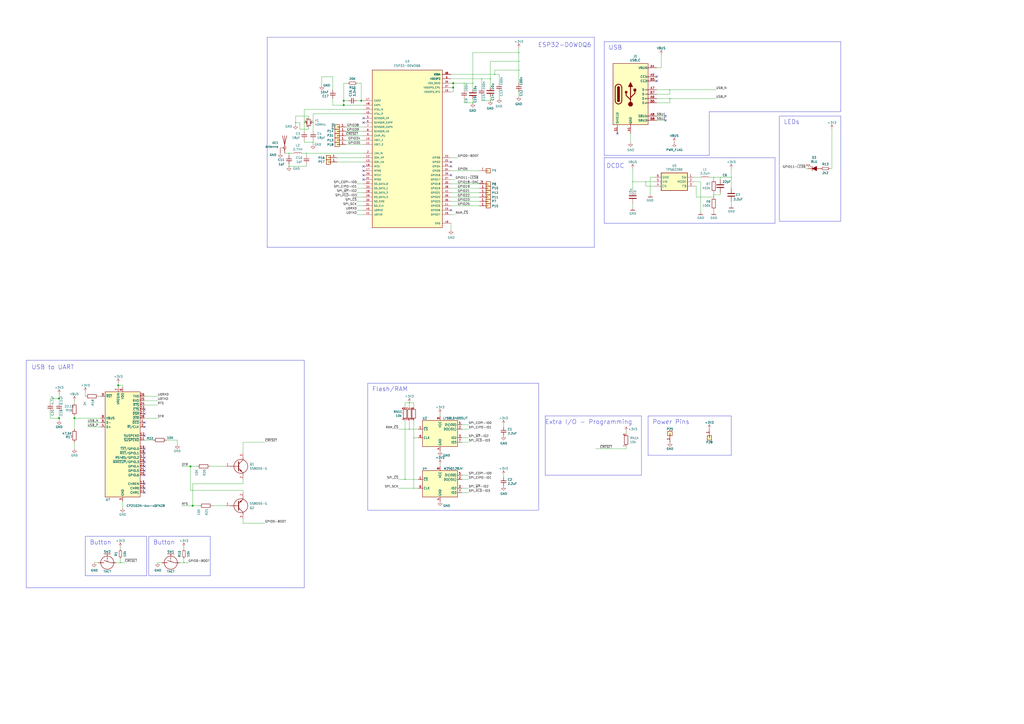
<source format=kicad_sch>
(kicad_sch (version 20231120) (generator "eeschema") (generator_version "8.0")
  (paper "A2")
  (title_block (title "ESP32-REACTJS-DEVKIT") (date "2024/2025") (company "GTS (Designed by: Engineer Silvio E. Viscuso)"))
  (junction (at 279.4 45.72) (diameter 0.3048))
  (junction (at 417.83 102.87) (diameter 0.3048))
  (junction (at 300.99 40.64) (diameter 0.3048))
  (junction (at 34.29 242.57))
  (junction (at 177.8 88.9) (diameter 0.3048))
  (junction (at 262.89 50.8))
  (junction (at 240.03 283.21) (diameter 0.3048))
  (junction (at 388.62 57.15) (diameter 0.3048))
  (junction (at 262.89 48.26))
  (junction (at 69.85 326.39) (diameter 0.3048))
  (junction (at 106.68 326.39) (diameter 0.3048))
  (junction (at 374.65 105.41) (diameter 0.3048))
  (junction (at 300.99 35.56) (diameter 0.3048))
  (junction (at 111.76 293.37))
  (junction (at 234.95 278.13) (diameter 0.3048))
  (junction (at 171.45 71.12) (diameter 0.3048))
  (junction (at 300.99 30.48) (diameter 0.3048))
  (junction (at 167.64 96.52) (diameter 0.3048))
  (junction (at 209.55 58.42))
  (junction (at 110.49 270.51))
  (junction (at 284.48 58.42) (diameter 0.3048))
  (junction (at 414.02 113.03) (diameter 0.3048))
  (junction (at 34.29 231.14))
  (junction (at 274.32 48.26) (diameter 0.3048))
  (junction (at 181.61 71.12) (diameter 0.3048))
  (junction (at 237.49 248.92) (diameter 0.3048))
  (junction (at 414.02 102.87) (diameter 0.3048))
  (junction (at 424.18 102.87) (diameter 0.3048))
  (junction (at 43.18 242.57))
  (junction (at 181.61 82.55) (diameter 0.3048))
  (junction (at 269.24 48.26) (diameter 0.3048))
  (junction (at 274.32 59.69) (diameter 0.3048))
  (junction (at 237.49 233.68) (diameter 0.3048))
  (junction (at 367.03 105.41) (diameter 0.3048))
  (junction (at 287.02 43.18) (diameter 0.3048))
  (junction (at 167.64 88.9) (diameter 0.3048))
  (junction (at 68.58 223.52))
  (junction (at 240.03 254) (diameter 0.3048))
  (junction (at 388.62 52.07) (diameter 0.3048))
  (junction (at 199.39 60.96))
  (junction (at 414.02 114.3) (diameter 0.3048))
  (junction (at 284.48 45.72) (diameter 0.3048))
  (junction (at 176.53 71.12) (diameter 0.3048))
  (junction (at 199.39 58.42))
  (no_connect (at 381 46.99))
  (no_connect (at 210.82 96.52))
  (no_connect (at 83.82 283.21))
  (no_connect (at 83.82 260.35))
  (no_connect (at 83.82 237.49))
  (no_connect (at 261.62 96.52))
  (no_connect (at 210.82 101.6))
  (no_connect (at 83.82 270.51))
  (no_connect (at 83.82 275.59))
  (no_connect (at 210.82 71.12))
  (no_connect (at 261.62 101.6))
  (no_connect (at 83.82 240.03))
  (no_connect (at 83.82 262.89))
  (no_connect (at 210.82 104.14))
  (no_connect (at 381 44.45))
  (no_connect (at 358.14 77.47))
  (no_connect (at 83.82 265.43))
  (no_connect (at 83.82 247.65))
  (no_connect (at 83.82 252.73))
  (no_connect (at 83.82 285.75))
  (no_connect (at 83.82 267.97))
  (no_connect (at 83.82 245.11))
  (no_connect (at 83.82 273.05))
  (no_connect (at 210.82 99.06))
  (no_connect (at 386.08 69.85))
  (no_connect (at 261.62 121.92))
  (no_connect (at 386.08 67.31))
  (no_connect (at 210.82 68.58))
  (no_connect (at 83.82 280.67))
  (no_connect (at 261.62 93.98))
  (polyline (pts (xy 15.24 208.915) (xy 176.53 208.915)))
  (wire (pts (xy 417.83 111.76) (xy 417.83 113.03)))
  (wire (pts (xy 279.4 55.88) (xy 279.4 58.42)))
  (wire (pts (xy 345.44 260.35) (xy 363.22 260.35)))
  (wire (pts (xy 403.86 107.95) (xy 402.59 107.95)))
  (wire (pts (xy 91.44 229.87) (xy 83.82 229.87)))
  (wire (pts (xy 374.65 107.95) (xy 374.65 105.41)))
  (wire (pts (xy 57.15 326.39) (xy 54.61 326.39)))
  (polyline (pts (xy 449.58 91.44) (xy 350.52 91.44)) (stroke (width 0) (type solid)))
  (wire (pts (xy 377.19 102.87) (xy 377.19 113.03)))
  (polyline (pts (xy 85.09 334.01) (xy 85.09 311.15)) (stroke (width 0) (type solid)))
  (polyline (pts (xy 487.68 67.31) (xy 452.12 67.31)) (stroke (width 0) (type solid)))
  (wire (pts (xy 210.82 66.04) (xy 181.61 66.04)))
  (wire (pts (xy 237.49 248.92) (xy 242.57 248.92)))
  (wire (pts (xy 237.49 233.68) (xy 237.49 236.22)))
  (wire (pts (xy 29.21 231.14) (xy 34.29 231.14)))
  (wire (pts (xy 69.85 317.5) (xy 69.85 318.77)))
  (wire (pts (xy 110.49 284.48) (xy 110.49 270.51)))
  (wire (pts (xy 481.33 97.79) (xy 482.6 97.79)))
  (wire (pts (xy 274.32 59.69) (xy 269.24 59.69)))
  (wire (pts (xy 261.62 133.35) (xy 261.62 129.54)))
  (wire (pts (xy 261.62 106.68) (xy 278.13 106.68)))
  (wire (pts (xy 284.48 45.72) (xy 279.4 45.72)))
  (polyline (pts (xy 449.58 129.54) (xy 350.52 129.54)) (stroke (width 0) (type solid)))
  (wire (pts (xy 261.62 114.3) (xy 278.13 114.3)))
  (wire (pts (xy 91.44 234.95) (xy 83.82 234.95)))
  (wire (pts (xy 29.21 233.68) (xy 29.21 231.14)))
  (polyline (pts (xy 452.12 67.31) (xy 452.12 128.27)) (stroke (width 0) (type solid)))
  (wire (pts (xy 210.82 60.96) (xy 199.39 60.96)))
  (wire (pts (xy 388.62 57.15) (xy 415.29 57.15)))
  (polyline (pts (xy 372.11 275.59) (xy 316.23 275.59)) (stroke (width 0) (type solid)))
  (wire (pts (xy 289.56 43.18) (xy 289.56 48.26)))
  (wire (pts (xy 300.99 27.94) (xy 300.99 30.48)))
  (wire (pts (xy 207.01 111.76) (xy 210.82 111.76)))
  (wire (pts (xy 167.64 95.25) (xy 167.64 96.52)))
  (wire (pts (xy 43.18 241.3) (xy 43.18 242.57)))
  (wire (pts (xy 287.02 40.64) (xy 300.99 40.64)))
  (wire (pts (xy 106.68 317.5) (xy 106.68 318.77)))
  (polyline (pts (xy 372.11 275.59) (xy 372.11 241.3)) (stroke (width 0) (type solid)))
  (polyline (pts (xy 176.53 340.995) (xy 15.24 340.995)))
  (polyline (pts (xy 154.94 143.51) (xy 154.94 21.59)) (stroke (width 0) (type solid)))
  (wire (pts (xy 181.61 82.55) (xy 181.61 81.28)))
  (wire (pts (xy 424.18 102.87) (xy 424.18 109.22)))
  (wire (pts (xy 414.02 102.87) (xy 417.83 102.87)))
  (wire (pts (xy 255.27 240.03) (xy 255.27 241.3)))
  (wire (pts (xy 106.68 326.39) (xy 106.68 323.85)))
  (wire (pts (xy 34.29 228.6) (xy 34.29 231.14)))
  (polyline (pts (xy 487.68 67.31) (xy 487.68 128.27)) (stroke (width 0) (type solid)))
  (wire (pts (xy 240.03 283.21) (xy 242.57 283.21)))
  (wire (pts (xy 267.97 248.92) (xy 271.78 248.92)))
  (wire (pts (xy 284.48 55.88) (xy 284.48 58.42)))
  (wire (pts (xy 261.62 116.84) (xy 278.13 116.84)))
  (wire (pts (xy 69.85 326.39) (xy 72.39 326.39)))
  (wire (pts (xy 179.07 73.66) (xy 179.07 74.93)))
  (wire (pts (xy 170.18 88.9) (xy 167.64 88.9)))
  (wire (pts (xy 417.83 102.87) (xy 417.83 104.14)))
  (wire (pts (xy 110.49 270.51) (xy 114.3 270.51)))
  (wire (pts (xy 482.6 74.93) (xy 482.6 97.79)))
  (wire (pts (xy 292.1 246.38) (xy 292.1 247.65)))
  (wire (pts (xy 278.13 111.76) (xy 261.62 111.76)))
  (wire (pts (xy 274.32 30.48) (xy 300.99 30.48)))
  (polyline (pts (xy 213.36 295.91) (xy 213.36 222.25)) (stroke (width 0) (type solid)))
  (wire (pts (xy 199.39 60.96) (xy 193.04 60.96)))
  (wire (pts (xy 381 39.37) (xy 383.54 39.37)))
  (wire (pts (xy 83.82 255.27) (xy 88.9 255.27)))
  (wire (pts (xy 179.07 67.31) (xy 179.07 68.58)))
  (wire (pts (xy 140.97 278.13) (xy 140.97 280.67)))
  (wire (pts (xy 49.53 229.87) (xy 49.53 227.33)))
  (polyline (pts (xy 85.09 334.01) (xy 49.53 334.01)) (stroke (width 0) (type solid)))
  (polyline (pts (xy 121.92 334.01) (xy 121.92 311.15)) (stroke (width 0) (type solid)))
  (wire (pts (xy 209.55 48.26) (xy 209.55 58.42)))
  (wire (pts (xy 50.8 247.65) (xy 58.42 247.65)))
  (wire (pts (xy 424.18 116.84) (xy 424.18 119.38)))
  (wire (pts (xy 379.73 107.95) (xy 374.65 107.95)))
  (wire (pts (xy 414.02 113.03) (xy 417.83 113.03)))
  (wire (pts (xy 181.61 76.2) (xy 181.61 71.12)))
  (wire (pts (xy 207.01 109.22) (xy 210.82 109.22)))
  (wire (pts (xy 140.97 256.54) (xy 140.97 262.89)))
  (wire (pts (xy 264.16 104.14) (xy 261.62 104.14)))
  (wire (pts (xy 105.41 270.51) (xy 110.49 270.51)))
  (wire (pts (xy 200.66 83.82) (xy 210.82 83.82)))
  (wire (pts (xy 195.58 93.98) (xy 210.82 93.98)))
  (wire (pts (xy 231.14 283.21) (xy 240.03 283.21)))
  (wire (pts (xy 207.01 116.84) (xy 210.82 116.84)))
  (polyline (pts (xy 411.48 64.77) (xy 411.48 90.17)) (stroke (width 0) (type solid)))
  (wire (pts (xy 383.54 39.37) (xy 383.54 31.75)))
  (polyline (pts (xy 213.36 222.25) (xy 312.42 222.25)) (stroke (width 0) (type solid)))
  (polyline (pts (xy 350.52 24.13) (xy 487.68 24.13)) (stroke (width 0) (type solid)))
  (polyline (pts (xy 424.18 241.3) (xy 424.18 264.16)) (stroke (width 0) (type solid)))
  (wire (pts (xy 176.53 82.55) (xy 181.61 82.55)))
  (polyline (pts (xy 121.92 311.15) (xy 86.36 311.15)) (stroke (width 0) (type solid)))
  (wire (pts (xy 231.14 248.92) (xy 237.49 248.92)))
  (wire (pts (xy 381 69.85) (xy 386.08 69.85)))
  (wire (pts (xy 106.68 326.39) (xy 109.22 326.39)))
  (wire (pts (xy 173.99 74.93) (xy 173.99 71.12)))
  (wire (pts (xy 267.97 278.13) (xy 271.78 278.13)))
  (wire (pts (xy 261.62 91.44) (xy 265.43 91.44)))
  (wire (pts (xy 269.24 57.15) (xy 269.24 59.69)))
  (wire (pts (xy 153.67 256.54) (xy 140.97 256.54)))
  (wire (pts (xy 207.01 121.92) (xy 210.82 121.92)))
  (wire (pts (xy 292.1 275.59) (xy 292.1 276.86)))
  (wire (pts (xy 381 52.07) (xy 388.62 52.07)))
  (wire (pts (xy 176.53 76.2) (xy 176.53 71.12)))
  (wire (pts (xy 261.62 99.06) (xy 278.13 99.06)))
  (wire (pts (xy 177.8 96.52) (xy 167.64 96.52)))
  (wire (pts (xy 414.02 111.76) (xy 414.02 113.03)))
  (wire (pts (xy 140.97 285.75) (xy 140.97 284.48)))
  (wire (pts (xy 207.01 48.26) (xy 209.55 48.26)))
  (polyline (pts (xy 121.92 334.01) (xy 86.36 334.01)) (stroke (width 0) (type solid)))
  (wire (pts (xy 140.97 303.53) (xy 140.97 300.99)))
  (wire (pts (xy 467.36 97.79) (xy 468.63 97.79)))
  (wire (pts (xy 50.8 245.11) (xy 58.42 245.11)))
  (polyline (pts (xy 316.23 275.59) (xy 316.23 241.3)) (stroke (width 0) (type solid)))
  (wire (pts (xy 68.58 223.52) (xy 71.12 223.52)))
  (wire (pts (xy 234.95 278.13) (xy 242.57 278.13)))
  (wire (pts (xy 261.62 119.38) (xy 278.13 119.38)))
  (wire (pts (xy 367.03 105.41) (xy 374.65 105.41)))
  (polyline (pts (xy 424.18 264.16) (xy 375.92 264.16)) (stroke (width 0) (type solid)))
  (wire (pts (xy 91.44 242.57) (xy 83.82 242.57)))
  (wire (pts (xy 57.15 229.87) (xy 58.42 229.87)))
  (wire (pts (xy 269.24 48.26) (xy 269.24 52.07)))
  (wire (pts (xy 210.82 63.5) (xy 176.53 63.5)))
  (polyline (pts (xy 350.52 91.44) (xy 350.52 129.54)) (stroke (width 0) (type solid)))
  (wire (pts (xy 300.99 40.64) (xy 300.99 48.26)))
  (wire (pts (xy 414.02 102.87) (xy 414.02 104.14)))
  (wire (pts (xy 68.58 223.52) (xy 68.58 224.79)))
  (wire (pts (xy 274.32 48.26) (xy 269.24 48.26)))
  (wire (pts (xy 29.21 238.76) (xy 29.21 242.57)))
  (wire (pts (xy 287.02 40.64) (xy 287.02 43.18)))
  (wire (pts (xy 377.19 102.87) (xy 379.73 102.87)))
  (polyline (pts (xy 449.58 91.44) (xy 449.58 129.54)) (stroke (width 0) (type solid)))
  (polyline (pts (xy 312.42 295.91) (xy 213.36 295.91)) (stroke (width 0) (type solid)))
  (wire (pts (xy 284.48 58.42) (xy 279.4 58.42)))
  (wire (pts (xy 173.99 71.12) (xy 171.45 71.12)))
  (wire (pts (xy 255.27 269.24) (xy 255.27 270.51)))
  (wire (pts (xy 367.03 110.49) (xy 367.03 105.41)))
  (wire (pts (xy 406.4 105.41) (xy 406.4 123.19)))
  (wire (pts (xy 240.03 254) (xy 240.03 283.21)))
  (wire (pts (xy 177.8 88.9) (xy 210.82 88.9)))
  (wire (pts (xy 267.97 254) (xy 271.78 254)))
  (wire (pts (xy 176.53 81.28) (xy 176.53 82.55)))
  (wire (pts (xy 177.8 88.9) (xy 175.26 88.9)))
  (wire (pts (xy 261.62 48.26) (xy 262.89 48.26)))
  (wire (pts (xy 201.93 48.26) (xy 199.39 48.26)))
  (wire (pts (xy 121.92 270.51) (xy 130.81 270.51)))
  (wire (pts (xy 69.85 326.39) (xy 69.85 323.85)))
  (wire (pts (xy 209.55 58.42) (xy 210.82 58.42)))
  (polyline (pts (xy 487.68 24.13) (xy 487.68 64.77)) (stroke (width 0) (type solid)))
  (wire (pts (xy 261.62 50.8) (xy 262.89 50.8)))
  (wire (pts (xy 267.97 285.75) (xy 271.78 285.75)))
  (wire (pts (xy 300.99 35.56) (xy 300.99 40.64)))
  (wire (pts (xy 34.29 231.14) (xy 34.29 233.68)))
  (wire (pts (xy 414.02 113.03) (xy 414.02 114.3)))
  (wire (pts (xy 171.45 67.31) (xy 179.07 67.31)))
  (wire (pts (xy 207.01 119.38) (xy 210.82 119.38)))
  (wire (pts (xy 284.48 50.8) (xy 284.48 45.72)))
  (wire (pts (xy 267.97 256.54) (xy 271.78 256.54)))
  (wire (pts (xy 200.66 73.66) (xy 210.82 73.66)))
  (wire (pts (xy 261.62 45.72) (xy 279.4 45.72)))
  (wire (pts (xy 96.52 255.27) (xy 102.87 255.27)))
  (wire (pts (xy 261.62 109.22) (xy 278.13 109.22)))
  (wire (pts (xy 289.56 53.34) (xy 289.56 57.15)))
  (wire (pts (xy 43.18 242.57) (xy 43.18 248.92)))
  (wire (pts (xy 199.39 48.26) (xy 199.39 58.42)))
  (polyline (pts (xy 176.53 208.915) (xy 176.53 340.995)))
  (wire (pts (xy 402.59 102.87) (xy 406.4 102.87)))
  (polyline (pts (xy 411.48 90.17) (xy 350.52 90.17)) (stroke (width 0) (type solid)))
  (wire (pts (xy 417.83 102.87) (xy 424.18 102.87)))
  (wire (pts (xy 367.03 118.11) (xy 367.03 120.65)))
  (wire (pts (xy 207.01 114.3) (xy 210.82 114.3)))
  (wire (pts (xy 43.18 232.41) (xy 43.18 233.68)))
  (polyline (pts (xy 487.68 64.77) (xy 411.48 64.77)) (stroke (width 0) (type solid)))
  (wire (pts (xy 167.64 88.9) (xy 165.1 88.9)))
  (wire (pts (xy 181.61 66.04) (xy 181.61 71.12)))
  (wire (pts (xy 177.8 95.25) (xy 177.8 96.52)))
  (wire (pts (xy 207.01 58.42) (xy 209.55 58.42)))
  (wire (pts (xy 279.4 45.72) (xy 279.4 50.8)))
  (wire (pts (xy 104.14 326.39) (xy 106.68 326.39)))
  (wire (pts (xy 186.69 44.45) (xy 193.04 44.45)))
  (wire (pts (xy 111.76 280.67) (xy 111.76 293.37)))
  (wire (pts (xy 176.53 63.5) (xy 176.53 71.12)))
  (wire (pts (xy 234.95 233.68) (xy 234.95 236.22)))
  (wire (pts (xy 200.66 81.28) (xy 210.82 81.28)))
  (polyline (pts (xy 344.805 21.59) (xy 344.805 143.51)) (stroke (width 0) (type solid)))
  (wire (pts (xy 34.29 238.76) (xy 34.29 242.57)))
  (wire (pts (xy 201.93 58.42) (xy 199.39 58.42)))
  (wire (pts (xy 388.62 52.07) (xy 415.29 52.07)))
  (wire (pts (xy 414.02 121.92) (xy 414.02 123.19)))
  (wire (pts (xy 403.86 114.3) (xy 403.86 107.95)))
  (wire (pts (xy 262.89 48.26) (xy 269.24 48.26)))
  (polyline (pts (xy 154.94 21.59) (xy 344.805 21.59)) (stroke (width 0) (type solid)))
  (polyline (pts (xy 487.68 128.27) (xy 452.12 128.27)) (stroke (width 0) (type solid)))
  (wire (pts (xy 231.14 278.13) (xy 234.95 278.13)))
  (polyline (pts (xy 85.09 311.15) (xy 49.53 311.15)) (stroke (width 0) (type solid)))
  (wire (pts (xy 91.44 232.41) (xy 83.82 232.41)))
  (wire (pts (xy 274.32 57.15) (xy 274.32 59.69)))
  (wire (pts (xy 267.97 246.38) (xy 271.78 246.38)))
  (wire (pts (xy 186.69 49.53) (xy 186.69 44.45)))
  (wire (pts (xy 200.66 78.74) (xy 210.82 78.74)))
  (wire (pts (xy 199.39 58.42) (xy 199.39 60.96)))
  (wire (pts (xy 424.18 97.79) (xy 424.18 102.87)))
  (wire (pts (xy 234.95 243.84) (xy 234.95 278.13)))
  (wire (pts (xy 284.48 35.56) (xy 300.99 35.56)))
  (wire (pts (xy 179.07 74.93) (xy 173.99 74.93)))
  (wire (pts (xy 300.99 30.48) (xy 300.99 35.56)))
  (wire (pts (xy 207.01 124.46) (xy 210.82 124.46)))
  (polyline (pts (xy 372.11 241.3) (xy 316.23 241.3)) (stroke (width 0) (type solid)))
  (wire (pts (xy 237.49 243.84) (xy 237.49 248.92)))
  (wire (pts (xy 207.01 106.68) (xy 210.82 106.68)))
  (wire (pts (xy 171.45 71.12) (xy 171.45 67.31)))
  (wire (pts (xy 93.98 326.39) (xy 91.44 326.39)))
  (wire (pts (xy 411.48 102.87) (xy 414.02 102.87)))
  (wire (pts (xy 367.03 97.79) (xy 367.03 105.41)))
  (polyline (pts (xy 344.805 143.51) (xy 154.94 143.51)) (stroke (width 0) (type solid)))
  (wire (pts (xy 153.67 303.53) (xy 140.97 303.53)))
  (wire (pts (xy 261.62 53.34) (xy 262.89 53.34)))
  (wire (pts (xy 43.18 242.57) (xy 58.42 242.57)))
  (polyline (pts (xy 312.42 222.25) (xy 312.42 295.91)) (stroke (width 0) (type solid)))
  (wire (pts (xy 195.58 91.44) (xy 210.82 91.44)))
  (wire (pts (xy 237.49 233.68) (xy 234.95 233.68)))
  (wire (pts (xy 102.87 255.27) (xy 102.87 257.81)))
  (wire (pts (xy 264.16 124.46) (xy 261.62 124.46)))
  (wire (pts (xy 34.29 242.57) (xy 34.29 243.84)))
  (wire (pts (xy 274.32 30.48) (xy 274.32 48.26)))
  (wire (pts (xy 381 67.31) (xy 386.08 67.31)))
  (wire (pts (xy 193.04 60.96) (xy 193.04 57.15)))
  (wire (pts (xy 237.49 233.68) (xy 240.03 233.68)))
  (wire (pts (xy 267.97 283.21) (xy 271.78 283.21)))
  (wire (pts (xy 43.18 256.54) (xy 43.18 260.35)))
  (wire (pts (xy 363.22 260.35) (xy 363.22 259.08)))
  (wire (pts (xy 381 57.15) (xy 388.62 57.15)))
  (wire (pts (xy 167.64 88.9) (xy 167.64 90.17)))
  (wire (pts (xy 289.56 43.18) (xy 287.02 43.18)))
  (wire (pts (xy 274.32 52.07) (xy 274.32 48.26)))
  (wire (pts (xy 200.66 76.2) (xy 210.82 76.2)))
  (wire (pts (xy 363.22 250.19) (xy 363.22 251.46)))
  (wire (pts (xy 171.45 72.39) (xy 171.45 71.12)))
  (wire (pts (xy 414.02 114.3) (xy 403.86 114.3)))
  (wire (pts (xy 240.03 243.84) (xy 240.03 254)))
  (wire (pts (xy 29.21 242.57) (xy 34.29 242.57)))
  (wire (pts (xy 300.99 55.88) (xy 300.99 53.34)))
  (wire (pts (xy 68.58 222.25) (xy 68.58 223.52)))
  (wire (pts (xy 381 54.61) (xy 388.62 54.61)))
  (wire (pts (xy 381 59.69) (xy 388.62 59.69)))
  (wire (pts (xy 71.12 290.83) (xy 71.12 294.64)))
  (wire (pts (xy 262.89 50.8) (xy 262.89 48.26)))
  (polyline (pts (xy 49.53 334.01) (xy 49.53 311.15)) (stroke (width 0) (type solid)))
  (wire (pts (xy 105.41 293.37) (xy 111.76 293.37)))
  (wire (pts (xy 240.03 233.68) (xy 240.03 236.22)))
  (polyline (pts (xy 15.24 208.915) (xy 15.24 340.995)))
  (wire (pts (xy 284.48 35.56) (xy 284.48 45.72)))
  (wire (pts (xy 388.62 59.69) (xy 388.62 57.15)))
  (wire (pts (xy 140.97 284.48) (xy 110.49 284.48)))
  (wire (pts (xy 374.65 105.41) (xy 379.73 105.41)))
  (polyline (pts (xy 375.92 241.3) (xy 424.18 241.3)) (stroke (width 0) (type solid)))
  (polyline (pts (xy 86.36 334.01) (xy 86.36 311.15)) (stroke (width 0) (type solid)))
  (polyline (pts (xy 375.92 264.16) (xy 375.92 241.3)) (stroke (width 0) (type solid)))
  (wire (pts (xy 71.12 224.79) (xy 71.12 223.52)))
  (wire (pts (xy 177.8 90.17) (xy 177.8 88.9)))
  (wire (pts (xy 262.89 53.34) (xy 262.89 50.8)))
  (wire (pts (xy 267.97 275.59) (xy 271.78 275.59)))
  (wire (pts (xy 67.31 326.39) (xy 69.85 326.39)))
  (wire (pts (xy 388.62 54.61) (xy 388.62 52.07)))
  (wire (pts (xy 111.76 293.37) (xy 115.57 293.37)))
  (wire (pts (xy 402.59 105.41) (xy 406.4 105.41)))
  (polyline (pts (xy 350.52 90.17) (xy 350.52 24.13)) (stroke (width 0) (type solid)))
  (wire (pts (xy 261.62 43.18) (xy 287.02 43.18)))
  (wire (pts (xy 140.97 280.67) (xy 111.76 280.67)))
  (wire (pts (xy 365.76 77.47) (xy 365.76 82.55)))
  (wire (pts (xy 193.04 44.45) (xy 193.04 52.07)))
  (wire (pts (xy 123.19 293.37) (xy 130.81 293.37)))
  (wire (pts (xy 181.61 83.82) (xy 181.61 82.55)))
  (wire (pts (xy 242.57 254) (xy 240.03 254)))
  (text "Power Pins" (at 378.46 246.38 0) (effects (font (size 2.54 2.54)) (justify left bottom)))
  (text "Button" (at 52.07 316.23 0) (effects (font (size 2.54 2.54)) (justify left bottom)))
  (text "LEDs" (at 454.66 72.39 0) (effects (font (size 2.54 2.54)) (justify left bottom)))
  (text "Button" (at 88.9 316.23 0) (effects (font (size 2.54 2.54)) (justify left bottom)))
  (text "USB to UART" (at 18.288 214.63 0) (effects (font (size 2.54 2.54)) (justify left bottom)))
  (text "ESP32-D0WDQ6" (at 312.166 27.686 0) (effects (font (size 2.54 2.54)) (justify left bottom)))
  (text "DCDC" (at 351.79 97.79 0) (effects (font (size 2.54 2.54)) (justify left bottom)))
  (text "Flash/RAM" (at 215.9 227.33 0) (effects (font (size 2.54 2.54)) (justify left bottom)))
  (text "Extra I/O - Programming" (at 316.23 246.38 0) (effects (font (size 2.54 2.54)) (justify left bottom)))
  (text "USB" (at 353.06 29.21 0) (effects (font (size 2.54 2.54)) (justify left bottom)))
  (label "U0TXD" (at 91.44 232.41 0))
  (label "GPIO11-~{LEDB}" (at 467.36 97.79 180))
  (label "GPIO19" (at 265.43 109.22 0))
  (label "SPI_~{CS}" (at 231.14 278.13 180))
  (label "SPI_CIPO-IO1" (at 271.78 278.13 0))
  (label "GPIO0-BOOT" (at 265.43 91.44 0))
  (label "SBU1" (at 386.08 67.31 180))
  (label "GPIO25" (at 265.43 119.38 0))
  (label "SPI_~{WP}-IO2" (at 207.01 111.76 180))
  (label "~{CRESET}" (at 72.39 326.39 0))
  (label "GPIO34" (at 201.93 81.28 0))
  (label "GPIO23" (at 265.43 116.84 0))
  (label "SPI_~{HLD}-IO3" (at 207.01 114.3 180))
  (label "GPIO11-~{LEDB}" (at 264.16 104.14 0))
  (label "SPI_CIPO-IO1" (at 271.78 248.92 0))
  (label "USB_N" (at 50.8 245.11 0))
  (label "DTR" (at 105.41 270.51 0))
  (label "DTR" (at 91.44 242.57 0))
  (label "RTS" (at 105.41 293.37 0))
  (label "SBU2" (at 386.08 69.85 180))
  (label "SPI_~{WP}-IO2" (at 271.78 283.21 0))
  (label "U0RXD" (at 207.01 121.92 180))
  (label "GPIO0-BOOT" (at 153.67 303.53 0))
  (label "SPI_~{WP}-IO2" (at 271.78 254 0))
  (label "~{CRESET}" (at 347.98 260.35 0))
  (label "U0TXD" (at 207.01 124.46 180))
  (label "SPI_~{HLD}-IO3" (at 271.78 285.75 0))
  (label "GPIO5" (at 265.43 99.06 0))
  (label "U0RXD" (at 91.44 229.87 0))
  (label "GPIO39" (at 208.28 76.2 180))
  (label "GPIO35" (at 201.93 83.82 0))
  (label "SPI_SCK" (at 207.01 119.38 180))
  (label "SPI_SCK" (at 231.14 283.21 180))
  (label "SPI_CIPO-IO1" (at 207.01 109.22 180))
  (label "SPI_COPI-IO0" (at 271.78 246.38 0))
  (label "USB_P" (at 50.8 247.65 0))
  (label "RTS" (at 91.44 234.95 0))
  (label "SPI_~{CS}" (at 207.01 116.84 180))
  (label "~{CRESET}" (at 153.67 256.54 0))
  (label "SPI_~{HLD}-IO3" (at 271.78 256.54 0))
  (label "GPIO22" (at 265.43 114.3 0))
  (label "GPIO21" (at 265.43 111.76 0))
  (label "GPIO18-DAC_2" (at 265.43 106.68 0))
  (label "USB_P" (at 415.29 57.15 0))
  (label "~{CRESET}" (at 200.66 78.74 0))
  (label "RAM_~{CS}" (at 264.16 124.46 0))
  (label "SPI_COPI-IO0" (at 271.78 275.59 0))
  (label "RAM_~{CS}" (at 231.14 248.92 180))
  (label "GPIO38" (at 208.28 73.66 180))
  (label "SPI_COPI-IO0" (at 207.01 106.68 180))
  (label "USB_N" (at 415.29 52.07 0))
  (label "GPIO0-BOOT" (at 109.22 326.39 0))
  (symbol (lib_id "power:GND") (at 365.76 82.55 0) (unit 1)
    (property "Reference" "#PWR06" (effects (hide yes)))
    (property "Value" "GND" (at 365.887 87.0204 0))
  )
  (symbol (lib_id "icebreaker-bitsy-rescue:pkl_C_Small-pkl_device") (at 269.24 54.61 0) (unit 1)
    (property "Reference" "C9" (at 270.51 59.69 90) (effects (justify left)))
    (property "Value" "100n" (at 270.51 53.34 90) (effects (justify left)))
    (property "Footprint" "Capacitor_SMD:C_0402_1005Metric" (effects (hide yes)))
    (property "Mfg" "Yageo" (effects (hide yes)))
    (property "PN" "CC0402ZRY5V7BB104" (effects (hide yes)))
  )
  (symbol (lib_id "icebreaker-bitsy-rescue:pkl_C-pkl_device") (at 274.32 54.61 0) (unit 1)
    (property "Reference" "C19" (at 275.59 59.69 90) (effects (justify left)))
    (property "Value" "10u" (at 275.59 53.34 90) (effects (justify left)))
    (property "Footprint" "Capacitor_SMD:C_0603_1608Metric" (effects (hide yes)))
    (property "Mfg" "Yageo" (effects (hide yes)))
    (property "PN" "CC0603KRX5R5BB106" (effects (hide yes)))
  )
  (symbol (lib_id "power:GND") (at 274.32 59.69 0) (mirror y) (unit 1)
    (property "Reference" "#PWR036" (effects (hide yes)))
    (property "Value" "GND" (at 274.193 64.1604 0))
  )
  (symbol (lib_id "Connector_Generic:Conn_01x01") (at 195.58 73.66 180) (unit 1)
    (property "Reference" "P30" (at 193.294 71.374 90) (effects (justify left)))
    (property "Value" "CDONE" (effects (hide yes)))
    (property "Footprint" "pkl_pin_headers:Pin_Header_Straight_Round_1x01_Castellated" (effects (hide yes)))
    (property "Source" "ANY" (effects (hide yes)))
  )
  (symbol (lib_id "Connector_Generic:Conn_01x01") (at 195.58 78.74 180) (unit 1)
    (property "Reference" "P31" (at 193.548 78.613 0) (effects (justify left)))
    (property "Value" "CRESET" (effects (hide yes)))
    (property "Footprint" "pkl_pin_headers:Pin_Header_Straight_Round_1x01_Castellated" (effects (hide yes)))
    (property "Source" "ANY" (effects (hide yes)))
  )
  (symbol (lib_id "Connector_Generic:Conn_01x01") (at 283.21 116.84 0) (mirror x) (unit 1)
    (property "Reference" "P7" (at 285.242 116.713 0) (effects (justify left)))
    (property "Value" "7" (effects (hide yes)))
    (property "Footprint" "pkl_pin_headers:Pin_Header_Straight_Round_1x01_Castellated" (effects (hide yes)))
    (property "Source" "ANY" (effects (hide yes)))
  )
  (symbol (lib_id "Connector_Generic:Conn_01x01") (at 190.5 91.44 0) (mirror y) (unit 1)
    (property "Reference" "P16" (at 188.468 91.567 0) (effects (justify left)))
    (property "Value" "16" (effects (hide yes)))
    (property "Footprint" "pkl_pin_headers:Pin_Header_Straight_Round_1x01_Castellated" (effects (hide yes)))
    (property "Source" "ANY" (effects (hide yes)))
  )
  (symbol (lib_id "Connector_Generic:Conn_01x01") (at 283.21 119.38 0) (unit 1) (in_bom no)
    (property "Reference" "P15" (at 285.242 119.507 0) (effects (justify left)))
    (property "Value" "15" (effects (hide yes)))
    (property "Footprint" "pkl_pin_headers:Pin_Header_Straight_Round_1x01_Castellated" (effects (hide yes)))
    (property "Source" "ANY" (effects (hide yes)))
  )
  (symbol (lib_id "Connector_Generic:Conn_01x01") (at 195.58 83.82 0) (mirror y) (unit 1)
    (property "Reference" "P18" (at 193.548 83.947 0) (effects (justify left)))
    (property "Value" "18" (effects (hide yes)))
    (property "Footprint" "pkl_pin_headers:Pin_Header_Straight_Round_1x01_Castellated" (effects (hide yes)))
    (property "Source" "ANY" (effects (hide yes)))
  )
  (symbol (lib_id "Connector_Generic:Conn_01x01") (at 190.5 93.98 180) (unit 1)
    (property "Reference" "P17" (at 188.468 93.853 0) (effects (justify left)))
    (property "Value" "17" (effects (hide yes)))
    (property "Footprint" "pkl_pin_headers:Pin_Header_Straight_Round_1x01_Castellated" (effects (hide yes)))
    (property "Source" "ANY" (effects (hide yes)))
  )
  (symbol (lib_id "Connector_Generic:Conn_01x01") (at 283.21 106.68 0) (unit 1)
    (property "Reference" "P8" (at 285.242 106.807 0) (effects (justify left)))
    (property "Value" "8" (effects (hide yes)))
    (property "Footprint" "pkl_pin_headers:Pin_Header_Straight_Round_1x01_Castellated" (effects (hide yes)))
    (property "Source" "ANY" (effects (hide yes)))
  )
  (symbol (lib_id "Connector_Generic:Conn_01x01") (at 283.21 99.06 0) (mirror x) (unit 1)
    (property "Reference" "P9" (at 285.242 98.933 0) (effects (justify left)))
    (property "Value" "9" (effects (hide yes)))
    (property "Footprint" "pkl_pin_headers:Pin_Header_Straight_Round_1x01_Castellated" (effects (hide yes)))
    (property "Source" "ANY" (effects (hide yes)))
  )
  (symbol (lib_id "Connector_Generic:Conn_01x01") (at 195.58 76.2 180) (unit 1)
    (property "Reference" "P14" (at 193.548 76.073 0) (effects (justify left)))
    (property "Value" "14" (effects (hide yes)))
    (property "Footprint" "pkl_pin_headers:Pin_Header_Straight_Round_1x01_Castellated" (effects (hide yes)))
    (property "Source" "ANY" (effects (hide yes)))
  )
  (symbol (lib_id "Connector_Generic:Conn_01x01") (at 283.21 111.76 0) (unit 1)
    (property "Reference" "P12" (at 285.242 111.887 0) (effects (justify left)))
    (property "Value" "12" (effects (hide yes)))
    (property "Footprint" "pkl_pin_headers:Pin_Header_Straight_Round_1x01_Castellated" (effects (hide yes)))
    (property "Source" "ANY" (effects (hide yes)))
  )
  (symbol (lib_id "Connector_Generic:Conn_01x01") (at 283.21 114.3 0) (unit 1)
    (property "Reference" "P11" (at 285.242 114.427 0) (effects (justify left)))
    (property "Value" "11" (effects (hide yes)))
    (property "Footprint" "pkl_pin_headers:Pin_Header_Straight_Round_1x01_Castellated" (effects (hide yes)))
    (property "Source" "ANY" (effects (hide yes)))
  )
  (symbol (lib_id "Connector_Generic:Conn_01x01") (at 283.21 109.22 0) (mirror x) (unit 1)
    (property "Reference" "P10" (at 285.242 109.093 0) (effects (justify left)))
    (property "Value" "10" (effects (hide yes)))
    (property "Footprint" "pkl_pin_headers:Pin_Header_Straight_Round_1x01_Castellated" (effects (hide yes)))
    (property "Source" "ANY" (effects (hide yes)))
  )
  (symbol (lib_id "power:+3V3") (at 300.99 27.94 0) (mirror y) (unit 1)
    (property "Reference" "#PWR043" (effects (hide yes)))
    (property "Value" "+3V3" (at 300.99 24.13 0))
  )
  (symbol (lib_id "Connector_Generic:Conn_01x01") (at 411.48 254 270) (unit 1)
    (property "Reference" "P28" (at 411.48 256.54 90))
    (property "Value" "3V3" (effects (hide yes)))
    (property "Footprint" "pkl_pin_headers:Pin_Header_Straight_Round_1x01_Castellated" (effects (hide yes)))
    (property "Source" "ANY" (effects (hide yes)))
  )
  (symbol (lib_id "Connector_Generic:Conn_01x01") (at 388.62 251.46 90) (unit 1)
    (property "Reference" "P25" (at 388.62 248.92 90))
    (property "Value" "GND" (effects (hide yes)))
    (property "Footprint" "pkl_pin_headers:Pin_Header_Straight_Round_1x01_Castellated" (effects (hide yes)))
    (property "Source" "ANY" (effects (hide yes)))
  )
  (symbol (lib_id "icebreaker-bitsy-rescue:TACT-pkl_misc") (at 99.06 326.39 0) (mirror y) (unit 1)
    (property "Reference" "SW1" (at 99.06 320.04 0))
    (property "Value" "TACT" (at 99.06 331.47 0))
    (property "Footprint" "CP2102:EVPBB2A9B000" (effects (hide yes)))
    (property "PN" "EVP-BB2A9B000" (effects (hide yes)))
  )
  (symbol (lib_id "icebreaker-bitsy-rescue:pkl_R_Small-pkl_device") (at 106.68 321.31 180) (unit 1)
    (property "Reference" "R10" (at 104.14 321.31 90))
    (property "Value" "10k" (at 109.22 321.31 90))
    (property "Footprint" "Resistor_SMD:R_0402_1005Metric" (effects (hide yes)))
    (property "Mfg" "Yageo" (effects (hide yes)))
    (property "PN" "RC0402FR-0710KL" (effects (hide yes)))
  )
  (symbol (lib_id "Device:LED_ALT") (at 472.44 97.79 0) (mirror x) (unit 1)
    (property "Reference" "D3" (at 472.2495 91.4208 0))
    (property "Value" "BLU" (at 472.2495 93.7195 0))
    (property "Footprint" "obsidian-boa:LED_0603_1608Metric_Compact" (effects (hide yes)))
    (property "Mfg" "Lite-On Inc." (effects (hide yes)))
    (property "PN" "LTST-C191TBKT" (effects (hide yes)))
  )
  (symbol (lib_id "icebreaker-bitsy-rescue:pkl_R_Small-pkl_device") (at 478.79 97.79 90) (unit 1)
    (property "Reference" "R13" (at 478.79 95.25 90))
    (property "Value" "2k2" (at 478.79 100.33 90))
    (property "Footprint" "Resistor_SMD:R_0402_1005Metric" (effects (hide yes)))
    (property "Mfg" "Yageo" (effects (hide yes)))
    (property "PN" "RC0402FR-072K2L" (effects (hide yes)))
  )
  (symbol (lib_id "Connector:USB_C_Receptacle_USB2.0") (at 365.76 54.61 0) (unit 1)
    (property "Reference" "J1" (at 368.4778 32.5882 0))
    (property "Value" "USB_C" (at 368.4778 34.8996 0))
    (property "Footprint" "pkl_connectors:USB_C_Receptacle_HRO_TYPE-C-31-M-12" (effects (hide yes)))
    (property "Datasheet" "https://www.usb.org/sites/default/files/documents/usb_type-c.zip" (effects (hide yes)))
    (property "Mfg" "GCT" (effects (hide yes)))
    (property "PN" "USB4105-GF-A" (effects (hide yes)))
  )
  (symbol (lib_id "Connector_Generic:Conn_01x01") (at 195.58 81.28 0) (mirror y) (unit 1)
    (property "Reference" "P13" (at 193.548 81.407 0) (effects (justify left)))
    (property "Value" "13" (effects (hide yes)))
    (property "Footprint" "pkl_pin_headers:Pin_Header_Straight_Round_1x01_Castellated" (effects (hide yes)))
    (property "Source" "ANY" (effects (hide yes)))
  )
  (symbol (lib_id "power:PWR_FLAG") (at 391.16 82.55 180) (unit 1)
    (property "Reference" "#FLG0102" (effects (hide yes)))
    (property "Value" "PWR_FLAG" (at 391.16 86.9442 0))
  )
  (symbol (lib_id "power:VBUS") (at 391.16 82.55 0) (unit 1)
    (property "Reference" "#PWR0122" (effects (hide yes)))
    (property "Value" "VBUS" (at 391.16 78.74 0))
  )
  (symbol (lib_id "power:+3V3") (at 237.49 233.68 0) (unit 1)
    (property "Reference" "#PWR0125" (effects (hide yes)))
    (property "Value" "+3V3" (at 237.49 229.87 0))
  )
  (symbol (lib_id "power:+3V3") (at 363.22 250.19 0) (unit 1)
    (property "Reference" "#PWR0121" (effects (hide yes)))
    (property "Value" "+3V3" (at 367.03 248.92 0))
  )
  (symbol (lib_id "power:VBUS") (at 383.54 31.75 0) (unit 1)
    (property "Reference" "#PWR0104" (effects (hide yes)))
    (property "Value" "VBUS" (at 383.54 27.94 0))
  )
  (symbol (lib_id "power:GND") (at 91.44 326.39 0) (unit 1)
    (property "Reference" "#PWR0117" (effects (hide yes)))
    (property "Value" "GND" (at 91.567 330.8604 0))
  )
  (symbol (lib_id "power:+3V3") (at 482.6 74.93 0) (unit 1)
    (property "Reference" "#PWR0110" (effects (hide yes)))
    (property "Value" "+3V3" (at 482.6 71.12 0))
  )
  (symbol (lib_id "power:+3V3") (at 411.48 248.92 0) (unit 1)
    (property "Reference" "#PWR0128" (effects (hide yes)))
    (property "Value" "+3V3" (at 411.48 245.11 0))
  )
  (symbol (lib_id "power:GND") (at 388.62 256.54 0) (unit 1)
    (property "Reference" "#PWR0127" (effects (hide yes)))
    (property "Value" "GND" (at 388.62 260.35 0))
  )
  (symbol (lib_id "icebreaker-bitsy-rescue:pkl_C_Small-pkl_device") (at 300.99 50.8 0) (unit 1)
    (property "Reference" "C12" (at 302.26 55.88 90) (effects (justify left)))
    (property "Value" "100n" (at 302.26 49.53 90) (effects (justify left)))
    (property "Footprint" "Capacitor_SMD:C_0402_1005Metric" (effects (hide yes)))
    (property "Mfg" "Yageo" (effects (hide yes)))
    (property "PN" "CC0402ZRY5V7BB104" (effects (hide yes)))
  )
  (symbol (lib_id "power:GND") (at 300.99 55.88 0) (mirror y) (unit 1)
    (property "Reference" "#PWR0118" (effects (hide yes)))
    (property "Value" "GND" (at 300.863 60.3504 0))
  )
  (symbol (lib_id "power:GND") (at 34.29 243.84 0) (unit 1)
    (property "Reference" "#PWR010" (effects (hide yes)))
    (property "Value" "GND" (at 34.29 247.65 0))
  )
  (symbol (lib_id "Device:R") (at 43.18 252.73 0) (mirror x) (unit 1)
    (property "Reference" "R17" (at 38.1 253.492 0) (effects (justify left)))
    (property "Value" "47.5K" (at 36.068 251.46 0) (effects (justify left)))
    (property "Footprint" "Resistor_SMD:R_0402_1005Metric" (effects (hide yes)))
    (property "Mfg" "Yageo" (effects (hide yes)))
    (property "PN" "RC0402FR-0747K5L" (effects (hide yes)))
  )
  (symbol (lib_id "Device:L_Small") (at 408.94 102.87 90) (unit 1)
    (property "Reference" "L1" (at 408.94 98.2788 90))
    (property "Value" "2.2uH" (at 408.94 100.5775 90))
    (property "Footprint" "Inductor_SMD:L_0805_2012Metric" (effects (hide yes)))
    (property "PN" "CWCI0805F-100KT" (effects (hide yes)))
  )
  (symbol (lib_id "Device:Crystal_GND24_Small") (at 179.07 71.12 180) (unit 1)
    (property "Reference" "Y1" (at 182.6261 69.9706 0) (effects (justify right)))
    (property "Value" "40MHz" (at 182.6261 72.2693 0) (effects (justify right)))
    (property "Footprint" "Crystal:Crystal_SMD_Abracon_ABM10-4Pin_2.5x2.0mm" (effects (hide yes)))
    (property "Mfg" "ECS Inc." (effects (hide yes)))
    (property "PN" "ECS-400-10-36B-CKY-TR" (effects (hide yes)))
  )
  (symbol (lib_id "power:+3V3") (at 424.18 97.79 0) (unit 1)
    (property "Reference" "#PWR0136" (effects (hide yes)))
    (property "Value" "+3V3" (at 424.18 93.98 0))
  )
  (symbol (lib_name "Device:L_Small_1") (lib_id "Device:L_Small") (at 172.72 88.9 270) (mirror x) (unit 1)
    (property "Reference" "L2" (at 172.72 84.3088 90))
    (property "Value" "2.7nH" (at 172.72 86.6075 90))
    (property "Footprint" "Inductor_SMD:L_0402_1005Metric" (effects (hide yes)))
    (property "PN" "SDCL1005C2N7STDF" (effects (hide yes)))
  )
  (symbol (lib_id "power:+3V3") (at 69.85 317.5 0) (unit 1)
    (property "Reference" "#PWR02" (effects (hide yes)))
    (property "Value" "+3V3" (at 69.85 313.69 0))
  )
  (symbol (lib_id "icebreaker-bitsy-rescue:pkl_C_Small-pkl_device") (at 177.8 92.71 0) (unit 1)
    (property "Reference" "C10" (at 175.4758 91.5606 0) (effects (justify right)))
    (property "Value" "1pF" (at 175.4758 93.8593 0) (effects (justify right)))
    (property "Footprint" "Capacitor_SMD:C_0402_1005Metric" (effects (hide yes)))
    (property "PN" "CQ0402CRNPO9BN1R0" (effects (hide yes)))
  )
  (symbol (lib_id "gkl_power:GND") (at 414.02 123.19 0) (unit 1)
    (property "Reference" "#PWR0135" (effects (hide yes)))
    (property "Value" "GND" (at 414.0962 126.3904 0))
  )
  (symbol (lib_id "gkl_power:GND") (at 406.4 123.19 0) (unit 1)
    (property "Reference" "#PWR0133" (effects (hide yes)))
    (property "Value" "GND" (at 406.4762 126.3904 0))
  )
  (symbol (lib_id "power:+3V3") (at 292.1 246.38 0) (unit 1)
    (property "Reference" "#PWR07" (effects (hide yes)))
    (property "Value" "+3V3" (at 292.1 242.57 0))
  )
  (symbol (lib_id "power:GND") (at 162.56 88.9 0) (mirror y) (unit 1)
    (property "Reference" "#PWR0114" (effects (hide yes)))
    (property "Value" "GND" (at 160.4263 89.8525 0) (effects (justify left)))
  )
  (symbol (lib_id "power:GND") (at 292.1 252.73 0) (unit 1)
    (property "Reference" "#PWR0131" (effects (hide yes)))
    (property "Value" "GND" (at 292.227 257.2004 0))
  )
  (symbol (lib_id "Memory_Flash:W25Q32JVSS") (at 255.27 280.67 0) (unit 1)
    (property "Reference" "U4" (at 246.38 271.78 0))
    (property "Value" "W25Q128JV" (at 262.89 271.78 0))
    (property "Footprint" "Package_SO:SOIC-8_5.23x5.23mm_P1.27mm" (effects (hide yes)))
    (property "Datasheet" "http://www.winbond.com/resource-files/w25q32jv%20revg%2003272018%20plus.pdf" (effects (hide yes)))
    (property "Mfg" "Winbond Electronics" (effects (hide yes)))
    (property "PN" "W25Q128JVSIQ TR" (effects (hide yes)))
  )
  (symbol (lib_id "power:+3V3") (at 255.27 269.24 0) (unit 1)
    (property "Reference" "#PWR015" (effects (hide yes)))
    (property "Value" "+3V3" (at 255.27 265.43 0))
  )
  (symbol (lib_id "power:GND") (at 284.48 58.42 0) (mirror y) (unit 1)
    (property "Reference" "#PWR0137" (effects (hide yes)))
    (property "Value" "GND" (at 284.353 62.8904 0))
  )
  (symbol (lib_id "Device:R_Pack04_Split") (at 234.95 240.03 0) (unit 4)
    (property "Reference" "RN1" (effects (hide yes)))
    (property "Value" "10k" (effects (hide yes)))
    (property "Footprint" "Resistor_SMD:R_Array_Convex_4x0402" (effects (hide yes)))
    (property "PN" "EXB-28V103JX" (effects (hide yes)))
  )
  (symbol (lib_id "power:GND") (at 71.12 294.64 0) (unit 1)
    (property "Reference" "#PWR03" (effects (hide yes)))
    (property "Value" "GND" (at 71.12 298.45 0))
  )
  (symbol (lib_id "power:+3V3") (at 68.58 222.25 0) (unit 1)
    (property "Reference" "#PWR012" (effects (hide yes)))
    (property "Value" "+3V3" (at 68.58 218.44 0))
  )
  (symbol (lib_id "power:+3V3") (at 255.27 240.03 0) (unit 1)
    (property "Reference" "#PWR04" (effects (hide yes)))
    (property "Value" "+3V3" (at 255.27 236.22 0))
  )
  (symbol (lib_id "power:GND") (at 171.45 72.39 0) (unit 1)
    (property "Reference" "#PWR0119" (effects (hide yes)))
    (property "Value" "GND" (at 169.545 73.3425 0) (effects (justify right)))
  )
  (symbol (lib_id "icebreaker-bitsy-rescue:pkl_C_Small-pkl_device") (at 34.29 236.22 0) (unit 1)
    (property "Reference" "C18" (at 35.56 241.3 90) (effects (justify left)))
    (property "Value" "0.1uF" (at 35.56 234.95 90) (effects (justify left)))
    (property "Footprint" "Capacitor_SMD:C_0402_1005Metric" (effects (hide yes)))
    (property "Mfg" "Yageo" (effects (hide yes)))
    (property "PN" "CL05B104KP5NNNC" (effects (hide yes)))
  )
  (symbol (lib_id "SS8050-G:SS8050-G") (at 130.81 293.37 0) (mirror x) (unit 1)
    (property "Reference" "Q2" (at 144.78 294.6401 0) (effects (justify left)))
    (property "Value" "SS8050-G" (at 144.78 292.1001 0) (effects (justify left)))
    (property "Footprint" "SS8050:SOT95P240X115-3N" (effects (hide yes)))
    (property "Datasheet" "https://datasheet.datasheetarchive.com/originals/distributors/DKDS-12/229454.pdf" (effects (hide yes)))
    (property "Description" "Bipolar Transistors - BJT NPN TRANSISTOR 1.5A 40V" (effects (hide yes)))
    (property "Height" "1.15" (effects (hide yes)))
    (property "Mouser Part Number" "750-SS8050-G" (effects (hide yes)))
    (property "Mouser Price/Stock" "https://www.mouser.co.uk/ProductDetail/Comchip-Technology/SS8050-G?qs=LLUE9lz1YbcHg%252BWLMAtcrQ%3D%3D" (effects (hide yes)))
    (property "Manufacturer_Name" "Comchip Technology" (effects (hide yes)))
    (property "PN" "SS8050-G" (effects (hide yes)))
  )
  (symbol (lib_id "Device:R_Pack04_Split") (at 363.22 255.27 0) (unit 1)
    (property "Reference" "RN1" (at 365.3537 254.1206 0) (effects (justify left)))
    (property "Value" "10k" (at 365.3537 256.4193 0) (effects (justify left)))
    (property "Footprint" "Resistor_SMD:R_Array_Convex_4x0402" (effects (hide yes)))
    (property "PN" "EXB-28V103JX" (effects (hide yes)))
  )
  (symbol (lib_id "Device:R") (at 119.38 293.37 270) (mirror x) (unit 1)
    (property "Reference" "R21" (at 119.888 298.958 0) (effects (justify left)))
    (property "Value" "10K" (at 115.316 298.958 0) (effects (justify left)))
    (property "Footprint" "Resistor_SMD:R_0402_1005Metric" (effects (hide yes)))
    (property "Mfg" "Yageo" (effects (hide yes)))
    (property "PN" "RC0402FR-0710KL" (effects (hide yes)))
  )
  (symbol (lib_id "icebreaker-bitsy-rescue:pkl_C_Small-pkl_device") (at 204.47 58.42 270) (mirror x) (unit 1)
    (property "Reference" "C16" (at 203.3206 56.0958 0) (effects (justify left)))
    (property "Value" "3.3nF" (at 205.6193 56.0958 0) (effects (justify left)))
    (property "Footprint" "Capacitor_SMD:C_0201_0603Metric" (effects (hide yes)))
    (property "Mfg" "Yageo" (effects (hide yes)))
    (property "PN" "GRM033R70J332KA01D" (effects (hide yes)))
  )
  (symbol (lib_id "Device:R") (at 92.71 255.27 270) (mirror x) (unit 1)
    (property "Reference" "R22" (at 85.09 254.254 90) (effects (justify left)))
    (property "Value" "10K" (at 96.774 254 90) (effects (justify left)))
    (property "Footprint" "Resistor_SMD:R_0402_1005Metric" (effects (hide yes)))
    (property "Mfg" "Yageo" (effects (hide yes)))
    (property "PN" "RC0402FR-0710KL" (effects (hide yes)))
  )
  (symbol (lib_id "gkl_power:GND") (at 367.03 120.65 0) (unit 1)
    (property "Reference" "#PWR0102" (effects (hide yes)))
    (property "Value" "GND" (at 367.1062 123.8504 0))
  )
  (symbol (lib_id "icebreaker-bitsy-rescue:pkl_R_Small-pkl_device") (at 69.85 321.31 180) (unit 1)
    (property "Reference" "R1" (at 67.31 321.31 90))
    (property "Value" "10k" (at 72.39 321.31 90))
    (property "Footprint" "Resistor_SMD:R_0402_1005Metric" (effects (hide yes)))
    (property "Mfg" "Yageo" (effects (hide yes)))
    (property "PN" "RC0402FR-0710KL" (effects (hide yes)))
  )
  (symbol (lib_id "power:GND") (at 167.64 96.52 0) (mirror y) (unit 1)
    (property "Reference" "#PWR0124" (effects (hide yes)))
    (property "Value" "GND" (at 173.99 97.79 0) (effects (justify left)))
  )
  (symbol (lib_id "gkl_power:GND") (at 377.19 113.03 0) (mirror y) (unit 1)
    (property "Reference" "#PWR0106" (effects (hide yes)))
    (property "Value" "GND" (at 377.1138 116.2304 0))
  )
  (symbol (lib_id "power:GND") (at 255.27 290.83 0) (unit 1)
    (property "Reference" "#PWR0132" (effects (hide yes)))
    (property "Value" "GND" (at 259.08 293.37 0))
  )
  (symbol (lib_id "power:VBUS") (at 43.18 232.41 0) (unit 1)
    (property "Reference" "#PWR05" (effects (hide yes)))
    (property "Value" "VBUS" (at 43.18 228.6 0))
  )
  (symbol (lib_id "SS8050-G:SS8050-G") (at 130.81 270.51 0) (unit 1)
    (property "Reference" "Q1" (at 144.78 269.2399 0) (effects (justify left)))
    (property "Value" "SS8050-G" (at 144.78 271.7799 0) (effects (justify left)))
    (property "Footprint" "SS8050:SOT95P240X115-3N" (effects (hide yes)))
    (property "Datasheet" "https://datasheet.datasheetarchive.com/originals/distributors/DKDS-12/229454.pdf" (effects (hide yes)))
    (property "Description" "Bipolar Transistors - BJT NPN TRANSISTOR 1.5A 40V" (effects (hide yes)))
    (property "Height" "1.15" (effects (hide yes)))
    (property "Mouser Part Number" "750-SS8050-G" (effects (hide yes)))
    (property "Mouser Price/Stock" "https://www.mouser.co.uk/ProductDetail/Comchip-Technology/SS8050-G?qs=LLUE9lz1YbcHg%252BWLMAtcrQ%3D%3D" (effects (hide yes)))
    (property "Manufacturer_Name" "Comchip Technology" (effects (hide yes)))
    (property "PN" "SS8050-G" (effects (hide yes)))
  )
  (symbol (lib_id "icebreaker-bitsy-rescue:pkl_C_Small-pkl_device") (at 289.56 50.8 0) (unit 1)
    (property "Reference" "C13" (at 290.83 55.88 90) (effects (justify left)))
    (property "Value" "100n" (at 290.83 49.53 90) (effects (justify left)))
    (property "Footprint" "Capacitor_SMD:C_0402_1005Metric" (effects (hide yes)))
    (property "Mfg" "Yageo" (effects (hide yes)))
    (property "PN" "CC0402ZRY5V7BB104" (effects (hide yes)))
  )
  (symbol (lib_id "icebreaker-bitsy-rescue:pkl_C_Small-pkl_device") (at 193.04 54.61 0) (mirror y) (unit 1)
    (property "Reference" "C17" (at 190.7158 55.7594 0) (effects (justify left)))
    (property "Value" "10nF" (at 190.7158 53.4607 0) (effects (justify left)))
    (property "Footprint" "Capacitor_SMD:C_0402_1005Metric" (effects (hide yes)))
    (property "Mfg" "Yageo" (effects (hide yes)))
    (property "PN" "KGM05AR70J103KH" (effects (hide yes)))
  )
  (symbol (lib_id "power:+3V3") (at 34.29 228.6 0) (unit 1)
    (property "Reference" "#PWR011" (effects (hide yes)))
    (property "Value" "+3V3" (at 34.29 224.79 0))
  )
  (symbol (lib_id "power:GND") (at 43.18 260.35 0) (unit 1)
    (property "Reference" "#PWR08" (effects (hide yes)))
    (property "Value" "GND" (at 43.18 264.16 0))
  )
  (symbol (lib_id "Device:Antenna_Shield") (at 165.1 83.82 0) (mirror y) (unit 1)
    (property "Reference" "AE1" (at 161.5439 82.7976 0) (effects (justify left)))
    (property "Value" "Antenna" (at 161.5439 85.0963 0) (effects (justify left)))
    (property "Footprint" "obsidian-boa:479480001.stp" (effects (hide yes)))
    (property "Mfg" "Molex" (effects (hide yes)))
    (property "PN" "0479480001" (effects (hide yes)))
  )
  (symbol (lib_name "Device:C_1") (lib_id "Device:C") (at 424.18 113.03 0) (unit 1)
    (property "Reference" "C7" (at 426.72 113.03 0) (effects (justify left)))
    (property "Value" "2.2uF" (at 425.45 115.57 0) (effects (justify left)))
    (property "Footprint" "Capacitor_SMD:C_0402_1005Metric" (effects (hide yes)))
    (property "Mfg" "Yageo" (effects (hide yes)))
    (property "PN" "CC0402MRX5R5BB225" (effects (hide yes)))
  )
  (symbol (lib_id "icebreaker-bitsy-rescue:pkl_C_Small-pkl_device") (at 29.21 236.22 0) (unit 1)
    (property "Reference" "C20" (at 30.48 241.3 90) (effects (justify left)))
    (property "Value" "4.7uF" (at 30.48 234.95 90) (effects (justify left)))
    (property "Footprint" "Capacitor_SMD:C_0402_1005Metric" (effects (hide yes)))
    (property "Mfg" "Yageo" (effects (hide yes)))
    (property "PN" "CL05A475MP5NRNC" (effects (hide yes)))
  )
  (symbol (lib_id "icebreaker-bitsy-rescue:TACT-pkl_misc") (at 62.23 326.39 0) (mirror y) (unit 1)
    (property "Reference" "SW2" (at 62.23 320.04 0))
    (property "Value" "TACT" (at 62.23 331.47 0))
    (property "Footprint" "CP2102:EVPBB2A9B000" (effects (hide yes)))
    (property "PN" "EVP-BB2A9B000" (effects (hide yes)))
  )
  (symbol (lib_id "icebreaker-bitsy-rescue:pkl_C_Small-pkl_device") (at 279.4 53.34 0) (unit 1)
    (property "Reference" "C15" (at 280.67 58.42 90) (effects (justify left)))
    (property "Value" "100n" (at 280.67 52.07 90) (effects (justify left)))
    (property "Footprint" "Capacitor_SMD:C_0402_1005Metric" (effects (hide yes)))
    (property "Mfg" "Yageo" (effects (hide yes)))
    (property "PN" "CC0402ZRY5V7BB104" (effects (hide yes)))
  )
  (symbol (lib_id "power:GND") (at 255.27 261.62 0) (unit 1)
    (property "Reference" "#PWR0115" (effects (hide yes)))
    (property "Value" "GND" (at 259.08 264.16 0))
  )
  (symbol (lib_id "icebreaker-bitsy-rescue:pkl_R_Small-pkl_device") (at 204.47 48.26 90) (mirror x) (unit 1)
    (property "Reference" "R15" (at 204.47 50.8 90))
    (property "Value" "20K" (at 204.47 45.72 90))
    (property "Footprint" "Resistor_SMD:R_0402_1005Metric" (effects (hide yes)))
    (property "Mfg" "Yageo" (effects (hide yes)))
    (property "PN" "RC0402FR-0720KL" (effects (hide yes)))
  )
  (symbol (lib_id "icebreaker-bitsy-rescue:pkl_C_Small-pkl_device") (at 292.1 279.4 0) (unit 1)
    (property "Reference" "C2" (at 294.4368 278.2062 0) (effects (justify left)))
    (property "Value" "2.2uF" (at 294.4368 280.5684 0) (effects (justify left)))
    (property "Footprint" "Capacitor_SMD:C_0402_1005Metric" (effects (hide yes)))
    (property "Mfg" "Yageo" (effects (hide yes)))
    (property "PN" "CC0402MRX5R5BB225" (effects (hide yes)))
  )
  (symbol (lib_id "Device:R") (at 414.02 118.11 0) (mirror y) (unit 1)
    (property "Reference" "R8" (at 412.2419 116.9606 0) (effects (justify left)))
    (property "Value" "100k" (at 412.2419 119.2593 0) (effects (justify left)))
    (property "Footprint" "Resistor_SMD:R_0402_1005Metric" (effects (hide yes)))
    (property "Mfg" "Yageo" (effects (hide yes)))
    (property "PN" "RC0402FR-07100KL" (effects (hide yes)))
  )
  (symbol (lib_id "Interface_USB:CP2102N-Axx-xQFN28") (at 71.12 257.81 0) (unit 1)
    (property "Reference" "U7" (at 61.214 289.814 0) (effects (justify left)))
    (property "Value" "CP2102N-Axx-xQFN28" (at 73.3141 293.37 0) (effects (justify left)))
    (property "Footprint" "Package_DFN_QFN:QFN-28-1EP_5x5mm_P0.5mm_EP3.35x3.35mm" (effects (hide yes)))
    (property "Datasheet" "https://www.silabs.com/documents/public/data-sheets/cp2102n-datasheet.pdf" (effects (hide yes)))
    (property "Description" "USB to UART master bridge, QFN-28" (effects (hide yes)))
    (property "PN" "CP2102N-A02-GQFN28R" (effects (hide yes)))
  )
  (symbol (lib_id "Device:R_Pack04_Split") (at 237.49 240.03 0) (unit 2)
    (property "Reference" "RN1" (effects (hide yes)))
    (property "Value" "10k" (effects (hide yes)))
    (property "Footprint" "Resistor_SMD:R_Array_Convex_4x0402" (effects (hide yes)))
    (property "PN" "EXB-28V103JX" (effects (hide yes)))
  )
  (symbol (lib_name "Device:C_2") (lib_id "Device:C") (at 367.03 114.3 0) (unit 1)
    (property "Reference" "C5" (at 368.3 113.03 90) (effects (justify left)))
    (property "Value" "10u" (at 365.76 113.03 90) (effects (justify left)))
    (property "Footprint" "Capacitor_SMD:C_0603_1608Metric" (effects (hide yes)))
    (property "Mfg" "Yageo" (effects (hide yes)))
    (property "PN" "CC0603KRX5R5BB106" (effects (hide yes)))
  )
  (symbol (lib_id "power:GND") (at 186.69 49.53 0) (unit 1)
    (property "Reference" "#PWR01" (effects (hide yes)))
    (property "Value" "GND" (at 189.484 49.53 0))
  )
  (symbol (lib_id "icebreaker-bitsy-rescue:pkl_C_Small-pkl_device") (at 176.53 78.74 0) (mirror x) (unit 1)
    (property "Reference" "C3" (at 174.2059 77.5906 0) (effects (justify right)))
    (property "Value" "18pF" (at 174.2059 79.8893 0) (effects (justify right)))
    (property "Footprint" "Capacitor_SMD:C_0402_1005Metric" (effects (hide yes)))
    (property "Mfg" "Yageo" (effects (hide yes)))
    (property "PN" "CC0402GRNPO9BN180" (effects (hide yes)))
  )
  (symbol (lib_id "Memory_Flash:W25Q32JVSS") (at 255.27 251.46 0) (unit 1)
    (property "Reference" "U2" (at 246.38 242.57 0))
    (property "Value" "LY68L6400SLIT" (at 264.16 242.57 0))
    (property "Footprint" "Package_SO:SOIC-8_3.9x4.9mm_P1.27mm" (effects (hide yes)))
    (property "Datasheet" "http://www.winbond.com/resource-files/w25q32jv%20revg%2003272018%20plus.pdf" (effects (hide yes)))
    (property "PN" "LY68L6400SLIT" (effects (hide yes)))
  )
  (symbol (lib_id "Device:R") (at 43.18 237.49 0) (mirror x) (unit 1)
    (property "Reference" "R16" (at 38.1 237.998 0) (effects (justify left)))
    (property "Value" "22.1K" (at 37.338 235.712 0) (effects (justify left)))
    (property "Footprint" "Resistor_SMD:R_0402_1005Metric" (effects (hide yes)))
    (property "Mfg" "Yageo" (effects (hide yes)))
    (property "PN" "CRCW040222K1FKEDC" (effects (hide yes)))
  )
  (symbol (lib_id "power:GND") (at 292.1 281.94 0) (unit 1)
    (property "Reference" "#PWR0113" (effects (hide yes)))
    (property "Value" "GND" (at 292.227 286.4104 0))
  )
  (symbol (lib_id "power:+3V3") (at 49.53 227.33 0) (unit 1)
    (property "Reference" "#PWR09" (effects (hide yes)))
    (property "Value" "+3V3" (at 49.53 223.52 0))
  )
  (symbol (lib_id "power:+3V3") (at 106.68 317.5 0) (unit 1)
    (property "Reference" "#PWR0139" (effects (hide yes)))
    (property "Value" "+3V3" (at 106.68 313.69 0))
  )
  (symbol (lib_id "power:GND") (at 289.56 57.15 0) (mirror y) (unit 1)
    (property "Reference" "#PWR0138" (effects (hide yes)))
    (property "Value" "GND" (at 289.433 61.6204 0))
  )
  (symbol (lib_id "Device:R_Pack04_Split") (at 240.03 240.03 0) (unit 3)
    (property "Reference" "RN1" (at 228.1937 238.8806 0) (effects (justify left)))
    (property "Value" "10k" (at 229.4637 241.1793 0) (effects (justify left)))
    (property "Footprint" "Resistor_SMD:R_Array_Convex_4x0402" (effects (hide yes)))
    (property "PN" "EXB-28V103JX" (effects (hide yes)))
  )
  (symbol (lib_id "icebreaker-bitsy-rescue:pkl_C-pkl_device") (at 284.48 53.34 0) (unit 1)
    (property "Reference" "C14" (at 285.75 58.42 90) (effects (justify left)))
    (property "Value" "10u" (at 285.75 52.07 90) (effects (justify left)))
    (property "Footprint" "Capacitor_SMD:C_0603_1608Metric" (effects (hide yes)))
    (property "Mfg" "Yageo" (effects (hide yes)))
    (property "PN" "CC0603KRX5R5BB106" (effects (hide yes)))
  )
  (symbol (lib_id "power:GND") (at 102.87 257.81 0) (unit 1)
    (property "Reference" "#PWR013" (effects (hide yes)))
    (property "Value" "GND" (at 102.87 261.62 0))
  )
  (symbol (lib_id "Device:C") (at 417.83 107.95 0) (unit 1)
    (property "Reference" "C6" (at 419.1 101.6 0) (effects (justify left)))
    (property "Value" "22pF" (at 419.1 105.41 0) (effects (justify left)))
    (property "Footprint" "Capacitor_SMD:C_0402_1005Metric" (effects (hide yes)))
    (property "Mfg" "Yageo" (effects (hide yes)))
    (property "PN" "CC0402KRNPO9BN220" (effects (hide yes)))
  )
  (symbol (lib_id "Device:R") (at 414.02 107.95 0) (mirror y) (unit 1)
    (property "Reference" "R7" (at 412.2419 106.8006 0) (effects (justify left)))
    (property "Value" "453k" (at 412.2419 109.0993 0) (effects (justify left)))
    (property "Footprint" "Resistor_SMD:R_0402_1005Metric" (effects (hide yes)))
    (property "Mfg" "Yageo" (effects (hide yes)))
    (property "PN" "RC0402FR-07453KL" (effects (hide yes)))
  )
  (symbol (lib_id "gkl_power:GND") (at 424.18 119.38 0) (unit 1)
    (property "Reference" "#PWR0134" (effects (hide yes)))
    (property "Value" "GND" (at 424.2562 122.5804 0))
  )
  (symbol (lib_id "icebreaker-bitsy-rescue:pkl_C_Small-pkl_device") (at 167.64 92.71 0) (unit 1)
    (property "Reference" "C11" (at 165.1 92.71 0) (effects (justify right)))
    (property "Value" "1pF" (at 165.1 95.25 0) (effects (justify right)))
    (property "Footprint" "Capacitor_SMD:C_0402_1005Metric" (effects (hide yes)))
    (property "PN" "CQ0402CRNPO9BN1R0" (effects (hide yes)))
  )
  (symbol (lib_id "power:GND") (at 261.62 133.35 0) (unit 1)
    (property "Reference" "#PWR0107" (effects (hide yes)))
    (property "Value" "GND" (at 261.747 137.8204 0))
  )
  (symbol (lib_id "icebreaker-bitsy-rescue:pkl_C_Small-pkl_device") (at 292.1 250.19 0) (unit 1)
    (property "Reference" "C1" (at 294.4368 248.9962 0) (effects (justify left)))
    (property "Value" "2.2uF" (at 294.4368 251.3584 0) (effects (justify left)))
    (property "Footprint" "Capacitor_SMD:C_0402_1005Metric" (effects (hide yes)))
    (property "Mfg" "Yageo" (effects (hide yes)))
    (property "PN" "CC0402MRX5R5BB225" (effects (hide yes)))
  )
  (symbol (lib_id "power:+3V3") (at 292.1 275.59 0) (unit 1)
    (property "Reference" "#PWR016" (effects (hide yes)))
    (property "Value" "+3V3" (at 292.1 271.78 0))
  )
  (symbol (lib_id "ESP32-D0WD:ESP32-D0WD") (at 236.22 86.36 0) (unit 1)
    (property "Reference" "U3" (at 236.22 35.56 0))
    (property "Value" "ESP32-D0WDQ6" (at 236.22 38.1 0))
    (property "Footprint" "ESP32DOWDQ6:ESP32D0WDQ6" (effects (hide yes)))
    (property "MF" "Espressif Systems" (effects (hide yes)))
    (property "Description_1" "\n                        \n                            IC RF TxRx + MCU Bluetooth, WiFi 802.11b/g/n, Bluetooth 4.2 2.412GHz ~ 2.484GHz 48-VFQFN Exposed Pad\n                        \n" (effects (hide yes)))
    (property "PACKAGE" "QFN-48" (effects (hide yes)))
    (property "Price" "None" (effects (hide yes)))
    (property "Package" "VFQFN-48 Espressif Systems" (effects (hide yes)))
    (property "Check_prices" "https://www.snapeda.com/parts/ESP32-D0WD/Espressif+Systems/view-part/?ref=eda" (effects (hide yes)))
    (property "STANDARD" "IPC 7351B" (effects (hide yes)))
    (property "PARTREV" "1.7" (effects (hide yes)))
    (property "SnapEDA_Link" "https://www.snapeda.com/parts/ESP32-D0WD/Espressif+Systems/view-part/?ref=snap" (effects (hide yes)))
    (property "PN" "ESP32-D0WDQ6" (effects (hide yes)))
    (property "Availability" "In Stock" (effects (hide yes)))
    (property "MANUFACTURER" "Expressif Systems" (effects (hide yes)))
  )
  (symbol (lib_id "power:GND") (at 181.61 83.82 0) (unit 1)
    (property "Reference" "#PWR0101" (effects (hide yes)))
    (property "Value" "GND" (at 184.404 83.82 0))
  )
  (symbol (lib_id "icebreaker-bitsy-rescue:pkl_C_Small-pkl_device") (at 181.61 78.74 0) (mirror x) (unit 1)
    (property "Reference" "C4" (at 183.9342 77.5906 0) (effects (justify left)))
    (property "Value" "18pF" (at 183.9342 79.8893 0) (effects (justify left)))
    (property "Footprint" "Capacitor_SMD:C_0402_1005Metric" (effects (hide yes)))
    (property "Mfg" "Yageo" (effects (hide yes)))
    (property "PN" "CC0402GRNPO9BN180" (effects (hide yes)))
  )
  (symbol (lib_id "power:VBUS") (at 367.03 97.79 0) (unit 1)
    (property "Reference" "#PWR0112" (effects (hide yes)))
    (property "Value" "VBUS" (at 367.03 93.98 0))
  )
  (symbol (lib_id "Device:R") (at 53.34 229.87 270) (mirror x) (unit 1)
    (property "Reference" "R18" (at 53.848 235.458 0) (effects (justify left)))
    (property "Value" "2K" (at 49.276 235.458 0) (effects (justify left)))
    (property "Footprint" "Resistor_SMD:R_0402_1005Metric" (effects (hide yes)))
    (property "Mfg" "Yageo" (effects (hide yes)))
    (property "PN" "ERJ-2RKF2001X" (effects (hide yes)))
  )
  (symbol (lib_id "power:GND") (at 54.61 326.39 0) (unit 1)
    (property "Reference" "#PWR014" (effects (hide yes)))
    (property "Value" "GND" (at 54.737 330.8604 0))
  )
  (symbol (lib_id "gkl_pmic:TPS62290") (at 391.16 102.87 0) (mirror y) (unit 1)
    (property "Reference" "U5" (at 391.16 96.0817 0))
    (property "Value" "TPS62290" (at 391.16 98.3804 0))
    (property "Footprint" "Package_SON:WSON-6-1EP_2x2mm_P0.65mm_EP1x1.6mm_ThermalVias" (effects (hide yes)))
    (property "Mfg" "Texas Instruments" (effects (hide yes)))
    (property "PN" "TPS62290DRVR" (effects (hide yes)))
  )
  (symbol (lib_id "Device:R") (at 118.11 270.51 270) (mirror x) (unit 1)
    (property "Reference" "R20" (at 118.618 276.098 0) (effects (justify left)))
    (property "Value" "10K" (at 114.046 276.098 0) (effects (justify left)))
    (property "Footprint" "Resistor_SMD:R_0402_1005Metric" (effects (hide yes)))
    (property "Mfg" "Yageo" (effects (hide yes)))
    (property "PN" "RC0402FR-0710KL" (effects (hide yes)))
  )
)
</source>
